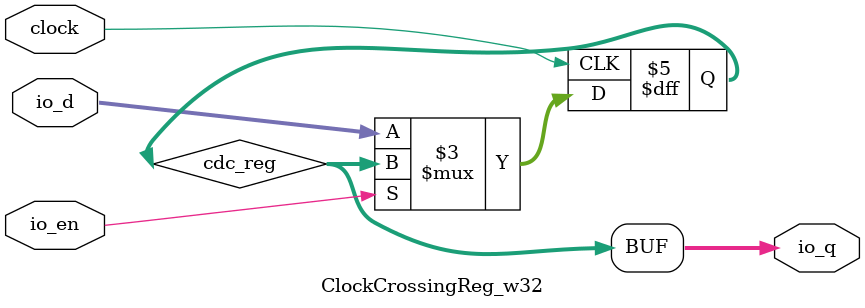
<source format=sv>

`ifndef RANDOMIZE
  `ifdef RANDOMIZE_REG_INIT
    `define RANDOMIZE
  `endif // RANDOMIZE_REG_INIT
`endif // not def RANDOMIZE
`ifndef SYNTHESIS
  `ifndef ENABLE_INITIAL_REG_
    `define ENABLE_INITIAL_REG_
  `endif // not def ENABLE_INITIAL_REG_
`endif // not def SYNTHESIS

// Standard header to adapt well known macros for register randomization.

// RANDOM may be set to an expression that produces a 32-bit random unsigned value.
`ifndef RANDOM
  `define RANDOM $random
`endif // not def RANDOM

// Users can define INIT_RANDOM as general code that gets injected into the
// initializer block for modules with registers.
`ifndef INIT_RANDOM
  `define INIT_RANDOM
`endif // not def INIT_RANDOM

// If using random initialization, you can also define RANDOMIZE_DELAY to
// customize the delay used, otherwise 0.002 is used.
`ifndef RANDOMIZE_DELAY
  `define RANDOMIZE_DELAY 0.002
`endif // not def RANDOMIZE_DELAY

// Define INIT_RANDOM_PROLOG_ for use in our modules below.
`ifndef INIT_RANDOM_PROLOG_
  `ifdef RANDOMIZE
    `ifdef VERILATOR
      `define INIT_RANDOM_PROLOG_ `INIT_RANDOM
    `else  // VERILATOR
      `define INIT_RANDOM_PROLOG_ `INIT_RANDOM #`RANDOMIZE_DELAY begin end
    `endif // VERILATOR
  `else  // RANDOMIZE
    `define INIT_RANDOM_PROLOG_
  `endif // RANDOMIZE
`endif // not def INIT_RANDOM_PROLOG_
module ClockCrossingReg_w32(	// @[generators/rocket-chip/src/main/scala/util/SynchronizerReg.scala:191:7]
  input         clock,	// @[generators/rocket-chip/src/main/scala/util/SynchronizerReg.scala:191:7]
  input  [31:0] io_d,	// @[generators/rocket-chip/src/main/scala/util/SynchronizerReg.scala:195:14]
  output [31:0] io_q,	// @[generators/rocket-chip/src/main/scala/util/SynchronizerReg.scala:195:14]
  input         io_en	// @[generators/rocket-chip/src/main/scala/util/SynchronizerReg.scala:195:14]
);

  reg [31:0] cdc_reg;	// @[generators/rocket-chip/src/main/scala/util/SynchronizerReg.scala:201:76]
  reg bug_reg_4;
  always @(posedge clock) begin	// @[generators/rocket-chip/src/main/scala/util/SynchronizerReg.scala:191:7]
    if (!io_en)	// @[generators/rocket-chip/src/main/scala/util/SynchronizerReg.scala:195:14]
      cdc_reg <= io_d;	// @[generators/rocket-chip/src/main/scala/util/SynchronizerReg.scala:201:76]
  end // always @(posedge)
  `ifdef ENABLE_INITIAL_REG_	// @[generators/rocket-chip/src/main/scala/util/SynchronizerReg.scala:191:7]
    `ifdef FIRRTL_BEFORE_INITIAL	// @[generators/rocket-chip/src/main/scala/util/SynchronizerReg.scala:191:7]
      `FIRRTL_BEFORE_INITIAL	// @[generators/rocket-chip/src/main/scala/util/SynchronizerReg.scala:191:7]
    `endif // FIRRTL_BEFORE_INITIAL
    logic [31:0] _RANDOM[0:0];	// @[generators/rocket-chip/src/main/scala/util/SynchronizerReg.scala:191:7]
    initial begin	// @[generators/rocket-chip/src/main/scala/util/SynchronizerReg.scala:191:7]
      `ifdef INIT_RANDOM_PROLOG_	// @[generators/rocket-chip/src/main/scala/util/SynchronizerReg.scala:191:7]
        `INIT_RANDOM_PROLOG_	// @[generators/rocket-chip/src/main/scala/util/SynchronizerReg.scala:191:7]
      `endif // INIT_RANDOM_PROLOG_
      `ifdef RANDOMIZE_REG_INIT	// @[generators/rocket-chip/src/main/scala/util/SynchronizerReg.scala:191:7]
        _RANDOM[/*Zero width*/ 1'b0] = `RANDOM;	// @[generators/rocket-chip/src/main/scala/util/SynchronizerReg.scala:191:7]
        cdc_reg = _RANDOM[/*Zero width*/ 1'b0];	// @[generators/rocket-chip/src/main/scala/util/SynchronizerReg.scala:191:7, :201:76]
      `endif // RANDOMIZE_REG_INIT
    end // initial
    `ifdef FIRRTL_AFTER_INITIAL	// @[generators/rocket-chip/src/main/scala/util/SynchronizerReg.scala:191:7]
      `FIRRTL_AFTER_INITIAL	// @[generators/rocket-chip/src/main/scala/util/SynchronizerReg.scala:191:7]
    `endif // FIRRTL_AFTER_INITIAL
  `endif // ENABLE_INITIAL_REG_
  assign io_q = cdc_reg;	// @[generators/rocket-chip/src/main/scala/util/SynchronizerReg.scala:191:7, :201:76]
endmodule


</source>
